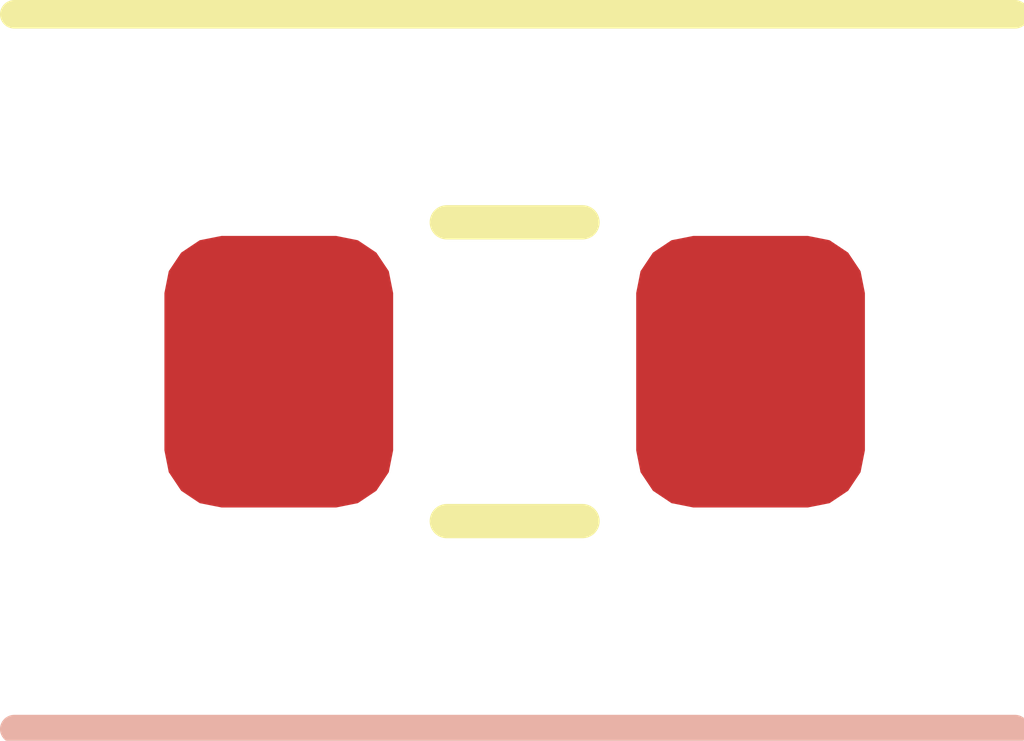
<source format=kicad_pcb>
(kicad_pcb (version 20241229) (generator "pcbnew") (generator_version "9.0")
  (layers (0 "F.Cu" signal) (2 "B.Cu" signal) (13 "F.Paste" user) (15 "B.Paste" user) (5 "F.SilkS" user "F.Silkscreen") (7 "B.SilkS" user "B.Silkscreen") (1 "F.Mask" user) (3 "B.Mask" user) (25 "Edge.Cuts" user))
  (net 0 "")
  (net 1 "P1")
  (net 2 "P2")
  (footprint "R_0603_1608Metric:R_0603_1608Metric" (layer "F.Cu") (at 147 104)
    (property "Reference" "R1" (hide yes))
    (property "Value" "1k" (hide yes))
    (fp_line (start -0.237258 -0.5225) (end 0.237258 -0.5225) (stroke (width 0.12)) (layer "F.SilkS"))
    (fp_line (start -0.237258 0.5225) (end 0.237258 0.5225) (stroke (width 0.12)) (layer "F.SilkS"))
    (pad "1" smd roundrect (at -0.825 0) (size 0.8 0.95) (layers "F.Cu" "F.Mask" "F.Paste") (net 1 "P1"))
    (pad "2" smd roundrect (at 0.825 0) (size 0.8 0.95) (layers "F.Cu" "F.Mask" "F.Paste") (net 2 "P2"))
  )
  (gr_line (start 145.25 102.75) (end 148.75 102.75) (stroke (width 0.1)) (layer "F.SilkS"))
  (gr_line (start 148.75 105.25) (end 145.25 105.25) (stroke (width 0.1)) (layer "B.SilkS"))
)
</source>
